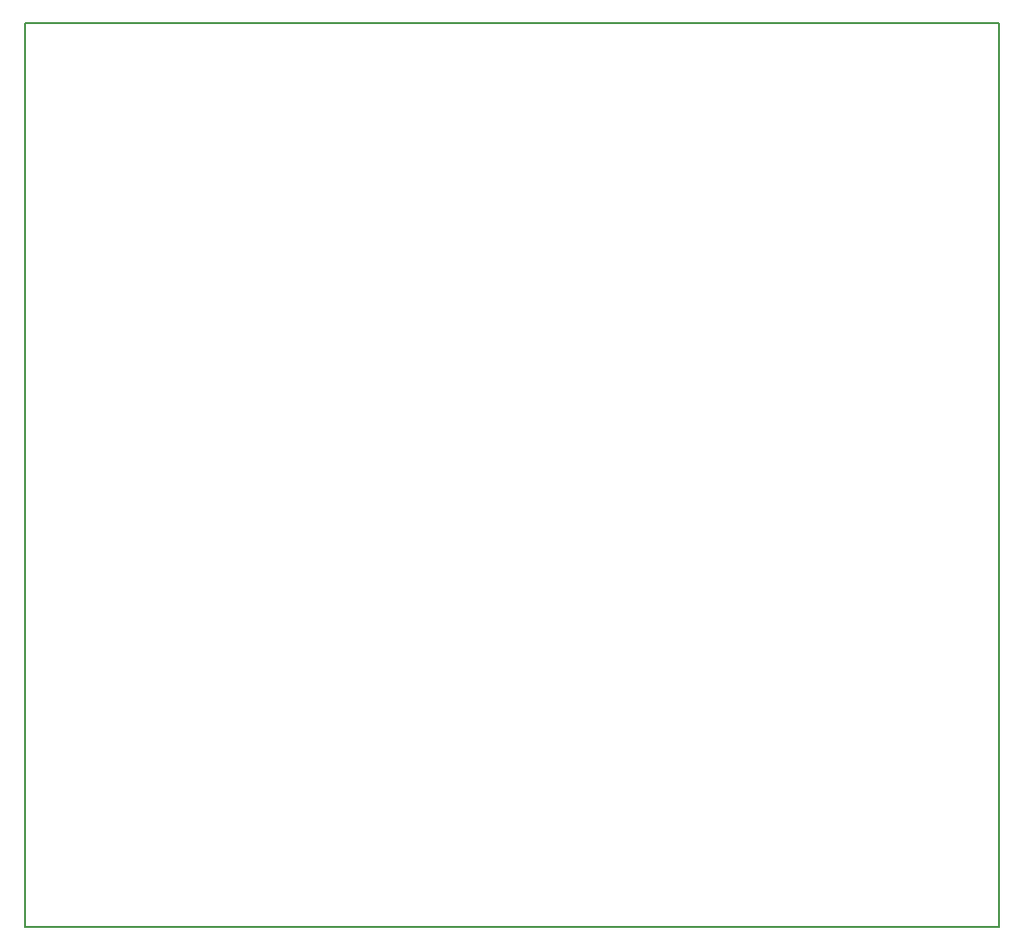
<source format=gbr>
G04 #@! TF.FileFunction,Paste,Bot*
%FSLAX46Y46*%
G04 Gerber Fmt 4.6, Leading zero omitted, Abs format (unit mm)*
G04 Created by KiCad (PCBNEW 4.0.7-e2-6376~58~ubuntu16.04.1) date Thu Oct 11 01:20:23 2018*
%MOMM*%
%LPD*%
G01*
G04 APERTURE LIST*
%ADD10C,0.100000*%
%ADD11C,0.150000*%
G04 APERTURE END LIST*
D10*
D11*
X151500000Y-133950000D02*
X65800000Y-133950000D01*
X65800000Y-133950000D02*
X65800000Y-54395000D01*
X151500000Y-54395000D02*
X151500000Y-133950000D01*
X65800000Y-54395000D02*
X151500000Y-54395000D01*
M02*

</source>
